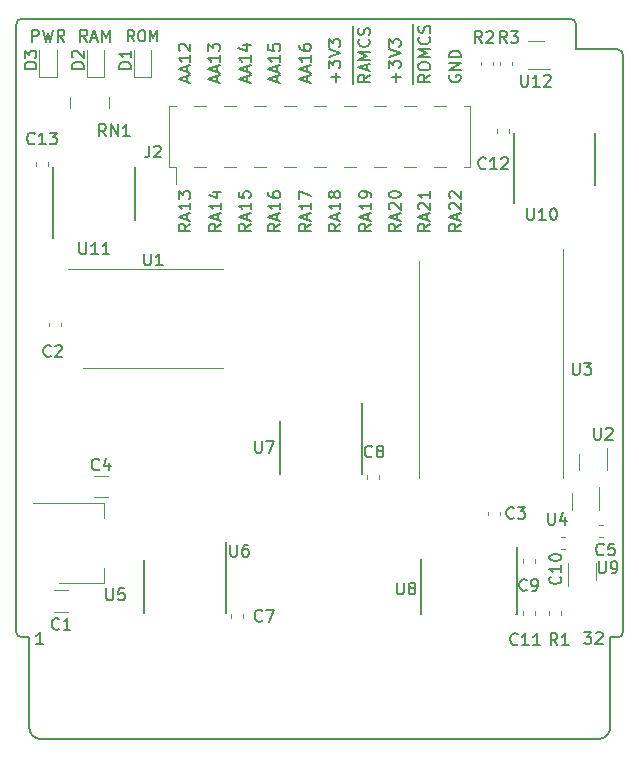
<source format=gbr>
G04 #@! TF.GenerationSoftware,KiCad,Pcbnew,5.1.5-52549c5~84~ubuntu19.10.1*
G04 #@! TF.CreationDate,2020-02-14T21:32:01+02:00*
G04 #@! TF.ProjectId,GB-MBCTEST,47422d4d-4243-4544-9553-542e6b696361,v1.1*
G04 #@! TF.SameCoordinates,Original*
G04 #@! TF.FileFunction,Legend,Top*
G04 #@! TF.FilePolarity,Positive*
%FSLAX46Y46*%
G04 Gerber Fmt 4.6, Leading zero omitted, Abs format (unit mm)*
G04 Created by KiCad (PCBNEW 5.1.5-52549c5~84~ubuntu19.10.1) date 2020-02-14 21:32:01*
%MOMM*%
%LPD*%
G04 APERTURE LIST*
%ADD10C,0.200000*%
%ADD11C,0.150000*%
%ADD12C,0.120000*%
%ADD13C,0.100000*%
G04 APERTURE END LIST*
D10*
X84292857Y-40907142D02*
X83992857Y-40478571D01*
X83778571Y-40907142D02*
X83778571Y-40007142D01*
X84121428Y-40007142D01*
X84207142Y-40050000D01*
X84250000Y-40092857D01*
X84292857Y-40178571D01*
X84292857Y-40307142D01*
X84250000Y-40392857D01*
X84207142Y-40435714D01*
X84121428Y-40478571D01*
X83778571Y-40478571D01*
X84850000Y-40007142D02*
X85021428Y-40007142D01*
X85107142Y-40050000D01*
X85192857Y-40135714D01*
X85235714Y-40307142D01*
X85235714Y-40607142D01*
X85192857Y-40778571D01*
X85107142Y-40864285D01*
X85021428Y-40907142D01*
X84850000Y-40907142D01*
X84764285Y-40864285D01*
X84678571Y-40778571D01*
X84635714Y-40607142D01*
X84635714Y-40307142D01*
X84678571Y-40135714D01*
X84764285Y-40050000D01*
X84850000Y-40007142D01*
X85621428Y-40907142D02*
X85621428Y-40007142D01*
X85921428Y-40650000D01*
X86221428Y-40007142D01*
X86221428Y-40907142D01*
X80309523Y-40952380D02*
X79976190Y-40476190D01*
X79738095Y-40952380D02*
X79738095Y-39952380D01*
X80119047Y-39952380D01*
X80214285Y-40000000D01*
X80261904Y-40047619D01*
X80309523Y-40142857D01*
X80309523Y-40285714D01*
X80261904Y-40380952D01*
X80214285Y-40428571D01*
X80119047Y-40476190D01*
X79738095Y-40476190D01*
X80690476Y-40666666D02*
X81166666Y-40666666D01*
X80595238Y-40952380D02*
X80928571Y-39952380D01*
X81261904Y-40952380D01*
X81595238Y-40952380D02*
X81595238Y-39952380D01*
X81928571Y-40666666D01*
X82261904Y-39952380D01*
X82261904Y-40952380D01*
X75666666Y-40952380D02*
X75666666Y-39952380D01*
X76047619Y-39952380D01*
X76142857Y-40000000D01*
X76190476Y-40047619D01*
X76238095Y-40142857D01*
X76238095Y-40285714D01*
X76190476Y-40380952D01*
X76142857Y-40428571D01*
X76047619Y-40476190D01*
X75666666Y-40476190D01*
X76571428Y-39952380D02*
X76809523Y-40952380D01*
X77000000Y-40238095D01*
X77190476Y-40952380D01*
X77428571Y-39952380D01*
X78380952Y-40952380D02*
X78047619Y-40476190D01*
X77809523Y-40952380D02*
X77809523Y-39952380D01*
X78190476Y-39952380D01*
X78285714Y-40000000D01*
X78333333Y-40047619D01*
X78380952Y-40142857D01*
X78380952Y-40285714D01*
X78333333Y-40380952D01*
X78285714Y-40428571D01*
X78190476Y-40476190D01*
X77809523Y-40476190D01*
X111000000Y-43808095D02*
X110952380Y-43903333D01*
X110952380Y-44046190D01*
X111000000Y-44189047D01*
X111095238Y-44284285D01*
X111190476Y-44331904D01*
X111380952Y-44379523D01*
X111523809Y-44379523D01*
X111714285Y-44331904D01*
X111809523Y-44284285D01*
X111904761Y-44189047D01*
X111952380Y-44046190D01*
X111952380Y-43950952D01*
X111904761Y-43808095D01*
X111857142Y-43760476D01*
X111523809Y-43760476D01*
X111523809Y-43950952D01*
X111952380Y-43331904D02*
X110952380Y-43331904D01*
X111952380Y-42760476D01*
X110952380Y-42760476D01*
X111952380Y-42284285D02*
X110952380Y-42284285D01*
X110952380Y-42046190D01*
X111000000Y-41903333D01*
X111095238Y-41808095D01*
X111190476Y-41760476D01*
X111380952Y-41712857D01*
X111523809Y-41712857D01*
X111714285Y-41760476D01*
X111809523Y-41808095D01*
X111904761Y-41903333D01*
X111952380Y-42046190D01*
X111952380Y-42284285D01*
X106471428Y-44331904D02*
X106471428Y-43570000D01*
X106852380Y-43950952D02*
X106090476Y-43950952D01*
X105852380Y-43189047D02*
X105852380Y-42570000D01*
X106233333Y-42903333D01*
X106233333Y-42760476D01*
X106280952Y-42665238D01*
X106328571Y-42617619D01*
X106423809Y-42570000D01*
X106661904Y-42570000D01*
X106757142Y-42617619D01*
X106804761Y-42665238D01*
X106852380Y-42760476D01*
X106852380Y-43046190D01*
X106804761Y-43141428D01*
X106757142Y-43189047D01*
X105852380Y-42284285D02*
X106852380Y-41950952D01*
X105852380Y-41617619D01*
X105852380Y-41379523D02*
X105852380Y-40760476D01*
X106233333Y-41093809D01*
X106233333Y-40950952D01*
X106280952Y-40855714D01*
X106328571Y-40808095D01*
X106423809Y-40760476D01*
X106661904Y-40760476D01*
X106757142Y-40808095D01*
X106804761Y-40855714D01*
X106852380Y-40950952D01*
X106852380Y-41236666D01*
X106804761Y-41331904D01*
X106757142Y-41379523D01*
X101371428Y-44331904D02*
X101371428Y-43570000D01*
X101752380Y-43950952D02*
X100990476Y-43950952D01*
X100752380Y-43189047D02*
X100752380Y-42570000D01*
X101133333Y-42903333D01*
X101133333Y-42760476D01*
X101180952Y-42665238D01*
X101228571Y-42617619D01*
X101323809Y-42570000D01*
X101561904Y-42570000D01*
X101657142Y-42617619D01*
X101704761Y-42665238D01*
X101752380Y-42760476D01*
X101752380Y-43046190D01*
X101704761Y-43141428D01*
X101657142Y-43189047D01*
X100752380Y-42284285D02*
X101752380Y-41950952D01*
X100752380Y-41617619D01*
X100752380Y-41379523D02*
X100752380Y-40760476D01*
X101133333Y-41093809D01*
X101133333Y-40950952D01*
X101180952Y-40855714D01*
X101228571Y-40808095D01*
X101323809Y-40760476D01*
X101561904Y-40760476D01*
X101657142Y-40808095D01*
X101704761Y-40855714D01*
X101752380Y-40950952D01*
X101752380Y-41236666D01*
X101704761Y-41331904D01*
X101657142Y-41379523D01*
X111952380Y-56382380D02*
X111476190Y-56715714D01*
X111952380Y-56953809D02*
X110952380Y-56953809D01*
X110952380Y-56572857D01*
X111000000Y-56477619D01*
X111047619Y-56430000D01*
X111142857Y-56382380D01*
X111285714Y-56382380D01*
X111380952Y-56430000D01*
X111428571Y-56477619D01*
X111476190Y-56572857D01*
X111476190Y-56953809D01*
X111666666Y-56001428D02*
X111666666Y-55525238D01*
X111952380Y-56096666D02*
X110952380Y-55763333D01*
X111952380Y-55430000D01*
X111047619Y-55144285D02*
X111000000Y-55096666D01*
X110952380Y-55001428D01*
X110952380Y-54763333D01*
X111000000Y-54668095D01*
X111047619Y-54620476D01*
X111142857Y-54572857D01*
X111238095Y-54572857D01*
X111380952Y-54620476D01*
X111952380Y-55191904D01*
X111952380Y-54572857D01*
X111047619Y-54191904D02*
X111000000Y-54144285D01*
X110952380Y-54049047D01*
X110952380Y-53810952D01*
X111000000Y-53715714D01*
X111047619Y-53668095D01*
X111142857Y-53620476D01*
X111238095Y-53620476D01*
X111380952Y-53668095D01*
X111952380Y-54239523D01*
X111952380Y-53620476D01*
X109352380Y-56382380D02*
X108876190Y-56715714D01*
X109352380Y-56953809D02*
X108352380Y-56953809D01*
X108352380Y-56572857D01*
X108400000Y-56477619D01*
X108447619Y-56430000D01*
X108542857Y-56382380D01*
X108685714Y-56382380D01*
X108780952Y-56430000D01*
X108828571Y-56477619D01*
X108876190Y-56572857D01*
X108876190Y-56953809D01*
X109066666Y-56001428D02*
X109066666Y-55525238D01*
X109352380Y-56096666D02*
X108352380Y-55763333D01*
X109352380Y-55430000D01*
X108447619Y-55144285D02*
X108400000Y-55096666D01*
X108352380Y-55001428D01*
X108352380Y-54763333D01*
X108400000Y-54668095D01*
X108447619Y-54620476D01*
X108542857Y-54572857D01*
X108638095Y-54572857D01*
X108780952Y-54620476D01*
X109352380Y-55191904D01*
X109352380Y-54572857D01*
X109352380Y-53620476D02*
X109352380Y-54191904D01*
X109352380Y-53906190D02*
X108352380Y-53906190D01*
X108495238Y-54001428D01*
X108590476Y-54096666D01*
X108638095Y-54191904D01*
X106852380Y-56382380D02*
X106376190Y-56715714D01*
X106852380Y-56953809D02*
X105852380Y-56953809D01*
X105852380Y-56572857D01*
X105900000Y-56477619D01*
X105947619Y-56430000D01*
X106042857Y-56382380D01*
X106185714Y-56382380D01*
X106280952Y-56430000D01*
X106328571Y-56477619D01*
X106376190Y-56572857D01*
X106376190Y-56953809D01*
X106566666Y-56001428D02*
X106566666Y-55525238D01*
X106852380Y-56096666D02*
X105852380Y-55763333D01*
X106852380Y-55430000D01*
X105947619Y-55144285D02*
X105900000Y-55096666D01*
X105852380Y-55001428D01*
X105852380Y-54763333D01*
X105900000Y-54668095D01*
X105947619Y-54620476D01*
X106042857Y-54572857D01*
X106138095Y-54572857D01*
X106280952Y-54620476D01*
X106852380Y-55191904D01*
X106852380Y-54572857D01*
X105852380Y-53953809D02*
X105852380Y-53858571D01*
X105900000Y-53763333D01*
X105947619Y-53715714D01*
X106042857Y-53668095D01*
X106233333Y-53620476D01*
X106471428Y-53620476D01*
X106661904Y-53668095D01*
X106757142Y-53715714D01*
X106804761Y-53763333D01*
X106852380Y-53858571D01*
X106852380Y-53953809D01*
X106804761Y-54049047D01*
X106757142Y-54096666D01*
X106661904Y-54144285D01*
X106471428Y-54191904D01*
X106233333Y-54191904D01*
X106042857Y-54144285D01*
X105947619Y-54096666D01*
X105900000Y-54049047D01*
X105852380Y-53953809D01*
X104352380Y-56382380D02*
X103876190Y-56715714D01*
X104352380Y-56953809D02*
X103352380Y-56953809D01*
X103352380Y-56572857D01*
X103400000Y-56477619D01*
X103447619Y-56430000D01*
X103542857Y-56382380D01*
X103685714Y-56382380D01*
X103780952Y-56430000D01*
X103828571Y-56477619D01*
X103876190Y-56572857D01*
X103876190Y-56953809D01*
X104066666Y-56001428D02*
X104066666Y-55525238D01*
X104352380Y-56096666D02*
X103352380Y-55763333D01*
X104352380Y-55430000D01*
X104352380Y-54572857D02*
X104352380Y-55144285D01*
X104352380Y-54858571D02*
X103352380Y-54858571D01*
X103495238Y-54953809D01*
X103590476Y-55049047D01*
X103638095Y-55144285D01*
X104352380Y-54096666D02*
X104352380Y-53906190D01*
X104304761Y-53810952D01*
X104257142Y-53763333D01*
X104114285Y-53668095D01*
X103923809Y-53620476D01*
X103542857Y-53620476D01*
X103447619Y-53668095D01*
X103400000Y-53715714D01*
X103352380Y-53810952D01*
X103352380Y-54001428D01*
X103400000Y-54096666D01*
X103447619Y-54144285D01*
X103542857Y-54191904D01*
X103780952Y-54191904D01*
X103876190Y-54144285D01*
X103923809Y-54096666D01*
X103971428Y-54001428D01*
X103971428Y-53810952D01*
X103923809Y-53715714D01*
X103876190Y-53668095D01*
X103780952Y-53620476D01*
X101752380Y-56382380D02*
X101276190Y-56715714D01*
X101752380Y-56953809D02*
X100752380Y-56953809D01*
X100752380Y-56572857D01*
X100800000Y-56477619D01*
X100847619Y-56430000D01*
X100942857Y-56382380D01*
X101085714Y-56382380D01*
X101180952Y-56430000D01*
X101228571Y-56477619D01*
X101276190Y-56572857D01*
X101276190Y-56953809D01*
X101466666Y-56001428D02*
X101466666Y-55525238D01*
X101752380Y-56096666D02*
X100752380Y-55763333D01*
X101752380Y-55430000D01*
X101752380Y-54572857D02*
X101752380Y-55144285D01*
X101752380Y-54858571D02*
X100752380Y-54858571D01*
X100895238Y-54953809D01*
X100990476Y-55049047D01*
X101038095Y-55144285D01*
X101180952Y-54001428D02*
X101133333Y-54096666D01*
X101085714Y-54144285D01*
X100990476Y-54191904D01*
X100942857Y-54191904D01*
X100847619Y-54144285D01*
X100800000Y-54096666D01*
X100752380Y-54001428D01*
X100752380Y-53810952D01*
X100800000Y-53715714D01*
X100847619Y-53668095D01*
X100942857Y-53620476D01*
X100990476Y-53620476D01*
X101085714Y-53668095D01*
X101133333Y-53715714D01*
X101180952Y-53810952D01*
X101180952Y-54001428D01*
X101228571Y-54096666D01*
X101276190Y-54144285D01*
X101371428Y-54191904D01*
X101561904Y-54191904D01*
X101657142Y-54144285D01*
X101704761Y-54096666D01*
X101752380Y-54001428D01*
X101752380Y-53810952D01*
X101704761Y-53715714D01*
X101657142Y-53668095D01*
X101561904Y-53620476D01*
X101371428Y-53620476D01*
X101276190Y-53668095D01*
X101228571Y-53715714D01*
X101180952Y-53810952D01*
X99252380Y-56382380D02*
X98776190Y-56715714D01*
X99252380Y-56953809D02*
X98252380Y-56953809D01*
X98252380Y-56572857D01*
X98300000Y-56477619D01*
X98347619Y-56430000D01*
X98442857Y-56382380D01*
X98585714Y-56382380D01*
X98680952Y-56430000D01*
X98728571Y-56477619D01*
X98776190Y-56572857D01*
X98776190Y-56953809D01*
X98966666Y-56001428D02*
X98966666Y-55525238D01*
X99252380Y-56096666D02*
X98252380Y-55763333D01*
X99252380Y-55430000D01*
X99252380Y-54572857D02*
X99252380Y-55144285D01*
X99252380Y-54858571D02*
X98252380Y-54858571D01*
X98395238Y-54953809D01*
X98490476Y-55049047D01*
X98538095Y-55144285D01*
X98252380Y-54239523D02*
X98252380Y-53572857D01*
X99252380Y-54001428D01*
X96652380Y-56382380D02*
X96176190Y-56715714D01*
X96652380Y-56953809D02*
X95652380Y-56953809D01*
X95652380Y-56572857D01*
X95700000Y-56477619D01*
X95747619Y-56430000D01*
X95842857Y-56382380D01*
X95985714Y-56382380D01*
X96080952Y-56430000D01*
X96128571Y-56477619D01*
X96176190Y-56572857D01*
X96176190Y-56953809D01*
X96366666Y-56001428D02*
X96366666Y-55525238D01*
X96652380Y-56096666D02*
X95652380Y-55763333D01*
X96652380Y-55430000D01*
X96652380Y-54572857D02*
X96652380Y-55144285D01*
X96652380Y-54858571D02*
X95652380Y-54858571D01*
X95795238Y-54953809D01*
X95890476Y-55049047D01*
X95938095Y-55144285D01*
X95652380Y-53715714D02*
X95652380Y-53906190D01*
X95700000Y-54001428D01*
X95747619Y-54049047D01*
X95890476Y-54144285D01*
X96080952Y-54191904D01*
X96461904Y-54191904D01*
X96557142Y-54144285D01*
X96604761Y-54096666D01*
X96652380Y-54001428D01*
X96652380Y-53810952D01*
X96604761Y-53715714D01*
X96557142Y-53668095D01*
X96461904Y-53620476D01*
X96223809Y-53620476D01*
X96128571Y-53668095D01*
X96080952Y-53715714D01*
X96033333Y-53810952D01*
X96033333Y-54001428D01*
X96080952Y-54096666D01*
X96128571Y-54144285D01*
X96223809Y-54191904D01*
X94152380Y-56382380D02*
X93676190Y-56715714D01*
X94152380Y-56953809D02*
X93152380Y-56953809D01*
X93152380Y-56572857D01*
X93200000Y-56477619D01*
X93247619Y-56430000D01*
X93342857Y-56382380D01*
X93485714Y-56382380D01*
X93580952Y-56430000D01*
X93628571Y-56477619D01*
X93676190Y-56572857D01*
X93676190Y-56953809D01*
X93866666Y-56001428D02*
X93866666Y-55525238D01*
X94152380Y-56096666D02*
X93152380Y-55763333D01*
X94152380Y-55430000D01*
X94152380Y-54572857D02*
X94152380Y-55144285D01*
X94152380Y-54858571D02*
X93152380Y-54858571D01*
X93295238Y-54953809D01*
X93390476Y-55049047D01*
X93438095Y-55144285D01*
X93152380Y-53668095D02*
X93152380Y-54144285D01*
X93628571Y-54191904D01*
X93580952Y-54144285D01*
X93533333Y-54049047D01*
X93533333Y-53810952D01*
X93580952Y-53715714D01*
X93628571Y-53668095D01*
X93723809Y-53620476D01*
X93961904Y-53620476D01*
X94057142Y-53668095D01*
X94104761Y-53715714D01*
X94152380Y-53810952D01*
X94152380Y-54049047D01*
X94104761Y-54144285D01*
X94057142Y-54191904D01*
X91652380Y-56382380D02*
X91176190Y-56715714D01*
X91652380Y-56953809D02*
X90652380Y-56953809D01*
X90652380Y-56572857D01*
X90700000Y-56477619D01*
X90747619Y-56430000D01*
X90842857Y-56382380D01*
X90985714Y-56382380D01*
X91080952Y-56430000D01*
X91128571Y-56477619D01*
X91176190Y-56572857D01*
X91176190Y-56953809D01*
X91366666Y-56001428D02*
X91366666Y-55525238D01*
X91652380Y-56096666D02*
X90652380Y-55763333D01*
X91652380Y-55430000D01*
X91652380Y-54572857D02*
X91652380Y-55144285D01*
X91652380Y-54858571D02*
X90652380Y-54858571D01*
X90795238Y-54953809D01*
X90890476Y-55049047D01*
X90938095Y-55144285D01*
X90985714Y-53715714D02*
X91652380Y-53715714D01*
X90604761Y-53953809D02*
X91319047Y-54191904D01*
X91319047Y-53572857D01*
X89052380Y-56382380D02*
X88576190Y-56715714D01*
X89052380Y-56953809D02*
X88052380Y-56953809D01*
X88052380Y-56572857D01*
X88100000Y-56477619D01*
X88147619Y-56430000D01*
X88242857Y-56382380D01*
X88385714Y-56382380D01*
X88480952Y-56430000D01*
X88528571Y-56477619D01*
X88576190Y-56572857D01*
X88576190Y-56953809D01*
X88766666Y-56001428D02*
X88766666Y-55525238D01*
X89052380Y-56096666D02*
X88052380Y-55763333D01*
X89052380Y-55430000D01*
X89052380Y-54572857D02*
X89052380Y-55144285D01*
X89052380Y-54858571D02*
X88052380Y-54858571D01*
X88195238Y-54953809D01*
X88290476Y-55049047D01*
X88338095Y-55144285D01*
X88052380Y-54239523D02*
X88052380Y-53620476D01*
X88433333Y-53953809D01*
X88433333Y-53810952D01*
X88480952Y-53715714D01*
X88528571Y-53668095D01*
X88623809Y-53620476D01*
X88861904Y-53620476D01*
X88957142Y-53668095D01*
X89004761Y-53715714D01*
X89052380Y-53810952D01*
X89052380Y-54096666D01*
X89004761Y-54191904D01*
X88957142Y-54239523D01*
X107920000Y-44570000D02*
X107920000Y-43570000D01*
X109352380Y-43760476D02*
X108876190Y-44093809D01*
X109352380Y-44331904D02*
X108352380Y-44331904D01*
X108352380Y-43950952D01*
X108400000Y-43855714D01*
X108447619Y-43808095D01*
X108542857Y-43760476D01*
X108685714Y-43760476D01*
X108780952Y-43808095D01*
X108828571Y-43855714D01*
X108876190Y-43950952D01*
X108876190Y-44331904D01*
X107920000Y-43570000D02*
X107920000Y-42522380D01*
X108352380Y-43141428D02*
X108352380Y-42950952D01*
X108400000Y-42855714D01*
X108495238Y-42760476D01*
X108685714Y-42712857D01*
X109019047Y-42712857D01*
X109209523Y-42760476D01*
X109304761Y-42855714D01*
X109352380Y-42950952D01*
X109352380Y-43141428D01*
X109304761Y-43236666D01*
X109209523Y-43331904D01*
X109019047Y-43379523D01*
X108685714Y-43379523D01*
X108495238Y-43331904D01*
X108400000Y-43236666D01*
X108352380Y-43141428D01*
X107920000Y-42522380D02*
X107920000Y-41379523D01*
X109352380Y-42284285D02*
X108352380Y-42284285D01*
X109066666Y-41950952D01*
X108352380Y-41617619D01*
X109352380Y-41617619D01*
X107920000Y-41379523D02*
X107920000Y-40379523D01*
X109257142Y-40570000D02*
X109304761Y-40617619D01*
X109352380Y-40760476D01*
X109352380Y-40855714D01*
X109304761Y-40998571D01*
X109209523Y-41093809D01*
X109114285Y-41141428D01*
X108923809Y-41189047D01*
X108780952Y-41189047D01*
X108590476Y-41141428D01*
X108495238Y-41093809D01*
X108400000Y-40998571D01*
X108352380Y-40855714D01*
X108352380Y-40760476D01*
X108400000Y-40617619D01*
X108447619Y-40570000D01*
X107920000Y-40379523D02*
X107920000Y-39427142D01*
X109304761Y-40189047D02*
X109352380Y-40046190D01*
X109352380Y-39808095D01*
X109304761Y-39712857D01*
X109257142Y-39665238D01*
X109161904Y-39617619D01*
X109066666Y-39617619D01*
X108971428Y-39665238D01*
X108923809Y-39712857D01*
X108876190Y-39808095D01*
X108828571Y-39998571D01*
X108780952Y-40093809D01*
X108733333Y-40141428D01*
X108638095Y-40189047D01*
X108542857Y-40189047D01*
X108447619Y-40141428D01*
X108400000Y-40093809D01*
X108352380Y-39998571D01*
X108352380Y-39760476D01*
X108400000Y-39617619D01*
X102820000Y-44570000D02*
X102820000Y-43570000D01*
X104252380Y-43760476D02*
X103776190Y-44093809D01*
X104252380Y-44331904D02*
X103252380Y-44331904D01*
X103252380Y-43950952D01*
X103300000Y-43855714D01*
X103347619Y-43808095D01*
X103442857Y-43760476D01*
X103585714Y-43760476D01*
X103680952Y-43808095D01*
X103728571Y-43855714D01*
X103776190Y-43950952D01*
X103776190Y-44331904D01*
X102820000Y-43570000D02*
X102820000Y-42712857D01*
X103966666Y-43379523D02*
X103966666Y-42903333D01*
X104252380Y-43474761D02*
X103252380Y-43141428D01*
X104252380Y-42808095D01*
X102820000Y-42712857D02*
X102820000Y-41570000D01*
X104252380Y-42474761D02*
X103252380Y-42474761D01*
X103966666Y-42141428D01*
X103252380Y-41808095D01*
X104252380Y-41808095D01*
X102820000Y-41570000D02*
X102820000Y-40570000D01*
X104157142Y-40760476D02*
X104204761Y-40808095D01*
X104252380Y-40950952D01*
X104252380Y-41046190D01*
X104204761Y-41189047D01*
X104109523Y-41284285D01*
X104014285Y-41331904D01*
X103823809Y-41379523D01*
X103680952Y-41379523D01*
X103490476Y-41331904D01*
X103395238Y-41284285D01*
X103300000Y-41189047D01*
X103252380Y-41046190D01*
X103252380Y-40950952D01*
X103300000Y-40808095D01*
X103347619Y-40760476D01*
X102820000Y-40570000D02*
X102820000Y-39617619D01*
X104204761Y-40379523D02*
X104252380Y-40236666D01*
X104252380Y-39998571D01*
X104204761Y-39903333D01*
X104157142Y-39855714D01*
X104061904Y-39808095D01*
X103966666Y-39808095D01*
X103871428Y-39855714D01*
X103823809Y-39903333D01*
X103776190Y-39998571D01*
X103728571Y-40189047D01*
X103680952Y-40284285D01*
X103633333Y-40331904D01*
X103538095Y-40379523D01*
X103442857Y-40379523D01*
X103347619Y-40331904D01*
X103300000Y-40284285D01*
X103252380Y-40189047D01*
X103252380Y-39950952D01*
X103300000Y-39808095D01*
X98966666Y-44379523D02*
X98966666Y-43903333D01*
X99252380Y-44474761D02*
X98252380Y-44141428D01*
X99252380Y-43808095D01*
X98966666Y-43522380D02*
X98966666Y-43046190D01*
X99252380Y-43617619D02*
X98252380Y-43284285D01*
X99252380Y-42950952D01*
X99252380Y-42093809D02*
X99252380Y-42665238D01*
X99252380Y-42379523D02*
X98252380Y-42379523D01*
X98395238Y-42474761D01*
X98490476Y-42570000D01*
X98538095Y-42665238D01*
X98252380Y-41236666D02*
X98252380Y-41427142D01*
X98300000Y-41522380D01*
X98347619Y-41570000D01*
X98490476Y-41665238D01*
X98680952Y-41712857D01*
X99061904Y-41712857D01*
X99157142Y-41665238D01*
X99204761Y-41617619D01*
X99252380Y-41522380D01*
X99252380Y-41331904D01*
X99204761Y-41236666D01*
X99157142Y-41189047D01*
X99061904Y-41141428D01*
X98823809Y-41141428D01*
X98728571Y-41189047D01*
X98680952Y-41236666D01*
X98633333Y-41331904D01*
X98633333Y-41522380D01*
X98680952Y-41617619D01*
X98728571Y-41665238D01*
X98823809Y-41712857D01*
X96366666Y-44379523D02*
X96366666Y-43903333D01*
X96652380Y-44474761D02*
X95652380Y-44141428D01*
X96652380Y-43808095D01*
X96366666Y-43522380D02*
X96366666Y-43046190D01*
X96652380Y-43617619D02*
X95652380Y-43284285D01*
X96652380Y-42950952D01*
X96652380Y-42093809D02*
X96652380Y-42665238D01*
X96652380Y-42379523D02*
X95652380Y-42379523D01*
X95795238Y-42474761D01*
X95890476Y-42570000D01*
X95938095Y-42665238D01*
X95652380Y-41189047D02*
X95652380Y-41665238D01*
X96128571Y-41712857D01*
X96080952Y-41665238D01*
X96033333Y-41570000D01*
X96033333Y-41331904D01*
X96080952Y-41236666D01*
X96128571Y-41189047D01*
X96223809Y-41141428D01*
X96461904Y-41141428D01*
X96557142Y-41189047D01*
X96604761Y-41236666D01*
X96652380Y-41331904D01*
X96652380Y-41570000D01*
X96604761Y-41665238D01*
X96557142Y-41712857D01*
X93866666Y-44379523D02*
X93866666Y-43903333D01*
X94152380Y-44474761D02*
X93152380Y-44141428D01*
X94152380Y-43808095D01*
X93866666Y-43522380D02*
X93866666Y-43046190D01*
X94152380Y-43617619D02*
X93152380Y-43284285D01*
X94152380Y-42950952D01*
X94152380Y-42093809D02*
X94152380Y-42665238D01*
X94152380Y-42379523D02*
X93152380Y-42379523D01*
X93295238Y-42474761D01*
X93390476Y-42570000D01*
X93438095Y-42665238D01*
X93485714Y-41236666D02*
X94152380Y-41236666D01*
X93104761Y-41474761D02*
X93819047Y-41712857D01*
X93819047Y-41093809D01*
X91266666Y-44379523D02*
X91266666Y-43903333D01*
X91552380Y-44474761D02*
X90552380Y-44141428D01*
X91552380Y-43808095D01*
X91266666Y-43522380D02*
X91266666Y-43046190D01*
X91552380Y-43617619D02*
X90552380Y-43284285D01*
X91552380Y-42950952D01*
X91552380Y-42093809D02*
X91552380Y-42665238D01*
X91552380Y-42379523D02*
X90552380Y-42379523D01*
X90695238Y-42474761D01*
X90790476Y-42570000D01*
X90838095Y-42665238D01*
X90552380Y-41760476D02*
X90552380Y-41141428D01*
X90933333Y-41474761D01*
X90933333Y-41331904D01*
X90980952Y-41236666D01*
X91028571Y-41189047D01*
X91123809Y-41141428D01*
X91361904Y-41141428D01*
X91457142Y-41189047D01*
X91504761Y-41236666D01*
X91552380Y-41331904D01*
X91552380Y-41617619D01*
X91504761Y-41712857D01*
X91457142Y-41760476D01*
X88766666Y-44379523D02*
X88766666Y-43903333D01*
X89052380Y-44474761D02*
X88052380Y-44141428D01*
X89052380Y-43808095D01*
X88766666Y-43522380D02*
X88766666Y-43046190D01*
X89052380Y-43617619D02*
X88052380Y-43284285D01*
X89052380Y-42950952D01*
X89052380Y-42093809D02*
X89052380Y-42665238D01*
X89052380Y-42379523D02*
X88052380Y-42379523D01*
X88195238Y-42474761D01*
X88290476Y-42570000D01*
X88338095Y-42665238D01*
X88147619Y-41712857D02*
X88100000Y-41665238D01*
X88052380Y-41570000D01*
X88052380Y-41331904D01*
X88100000Y-41236666D01*
X88147619Y-41189047D01*
X88242857Y-41141428D01*
X88338095Y-41141428D01*
X88480952Y-41189047D01*
X89052380Y-41760476D01*
X89052380Y-41141428D01*
D11*
X125700000Y-90900000D02*
G75*
G02X125200000Y-91400000I-500000J0D01*
G01*
X125200000Y-41600000D02*
G75*
G02X125700000Y-42100000I0J-500000D01*
G01*
X125200000Y-41600000D02*
X121700000Y-41600000D01*
X125700000Y-90900000D02*
X125700000Y-42100000D01*
X124600000Y-91400000D02*
X125200000Y-91400000D01*
X74800000Y-91400000D02*
G75*
G02X74300000Y-90900000I0J500000D01*
G01*
X74300000Y-39500000D02*
G75*
G02X74800000Y-39000000I500000J0D01*
G01*
X121200000Y-39000000D02*
G75*
G02X121700000Y-39500000I0J-500000D01*
G01*
X76400000Y-100000000D02*
G75*
G02X75400000Y-99000000I0J1000000D01*
G01*
X124600000Y-99000000D02*
G75*
G02X123600000Y-100000000I-1000000J0D01*
G01*
X121700000Y-39500000D02*
X121700000Y-41600000D01*
X74800000Y-39000000D02*
X121200000Y-39000000D01*
X74300000Y-90900000D02*
X74300000Y-39500000D01*
X75400000Y-91400000D02*
X74800000Y-91400000D01*
X75400000Y-99000000D02*
X75400000Y-91400000D01*
X124600000Y-99000000D02*
X124600000Y-91400000D01*
X76400000Y-100000000D02*
X123600000Y-100000000D01*
D12*
X116310000Y-42962779D02*
X116310000Y-42637221D01*
X115290000Y-42962779D02*
X115290000Y-42637221D01*
X114710000Y-42962779D02*
X114710000Y-42637221D01*
X113690000Y-42962779D02*
X113690000Y-42637221D01*
X77497936Y-89210000D02*
X78702064Y-89210000D01*
X77497936Y-87390000D02*
X78702064Y-87390000D01*
X119000000Y-40940000D02*
X117600000Y-40940000D01*
X117600000Y-43260000D02*
X119500000Y-43260000D01*
D11*
X77450000Y-57550000D02*
X77450000Y-51575000D01*
X84350000Y-56025000D02*
X84350000Y-51575000D01*
X116450000Y-54650000D02*
X116450000Y-48675000D01*
X123350000Y-53125000D02*
X123350000Y-48675000D01*
D12*
X123360000Y-86500000D02*
X123360000Y-85100000D01*
X121040000Y-85100000D02*
X121040000Y-87000000D01*
D11*
X108575000Y-84775000D02*
X108575000Y-89425000D01*
X116675000Y-83700000D02*
X116675000Y-89425000D01*
X108575000Y-84775000D02*
X108600000Y-84775000D01*
X108575000Y-89425000D02*
X108600000Y-89425000D01*
X116625000Y-89425000D02*
X116600000Y-89425000D01*
X103550000Y-71550000D02*
X103550000Y-77525000D01*
X96650000Y-73075000D02*
X96650000Y-77525000D01*
X92050000Y-83350000D02*
X92050000Y-89325000D01*
X85150000Y-84875000D02*
X85150000Y-89325000D01*
D12*
X75700000Y-79990000D02*
X81710000Y-79990000D01*
X77950000Y-86810000D02*
X81710000Y-86810000D01*
X81710000Y-79990000D02*
X81710000Y-81250000D01*
X81710000Y-86810000D02*
X81710000Y-85550000D01*
X121340000Y-79200000D02*
X121340000Y-80600000D01*
X123660000Y-80600000D02*
X123660000Y-78700000D01*
D13*
X120620000Y-77900000D02*
X120620000Y-58500000D01*
D12*
X108380000Y-59500000D02*
X108380000Y-77900000D01*
X121990000Y-75850000D02*
X121990000Y-77250000D01*
X124310000Y-77250000D02*
X124310000Y-75350000D01*
X85900000Y-60240000D02*
X78700000Y-60240000D01*
X85900000Y-60240000D02*
X91800000Y-60240000D01*
X85900000Y-68560000D02*
X80000000Y-68560000D01*
X85900000Y-68560000D02*
X91800000Y-68560000D01*
X78820000Y-45600000D02*
X78820000Y-46600000D01*
X82180000Y-45600000D02*
X82180000Y-46600000D01*
X120410000Y-89462779D02*
X120410000Y-89137221D01*
X119390000Y-89462779D02*
X119390000Y-89137221D01*
X109650000Y-46400000D02*
X110670000Y-46400000D01*
X109650000Y-51600000D02*
X110670000Y-51600000D01*
X107110000Y-46400000D02*
X108130000Y-46400000D01*
X107110000Y-51600000D02*
X108130000Y-51600000D01*
X104570000Y-46400000D02*
X105590000Y-46400000D01*
X104570000Y-51600000D02*
X105590000Y-51600000D01*
X102030000Y-46400000D02*
X103050000Y-46400000D01*
X102030000Y-51600000D02*
X103050000Y-51600000D01*
X99490000Y-46400000D02*
X100510000Y-46400000D01*
X99490000Y-51600000D02*
X100510000Y-51600000D01*
X96950000Y-46400000D02*
X97970000Y-46400000D01*
X96950000Y-51600000D02*
X97970000Y-51600000D01*
X94410000Y-46400000D02*
X95430000Y-46400000D01*
X94410000Y-51600000D02*
X95430000Y-51600000D01*
X91870000Y-46400000D02*
X92890000Y-46400000D01*
X91870000Y-51600000D02*
X92890000Y-51600000D01*
X89330000Y-46400000D02*
X90350000Y-46400000D01*
X89330000Y-51600000D02*
X90350000Y-51600000D01*
X112190000Y-46400000D02*
X112760000Y-46400000D01*
X112190000Y-51600000D02*
X112760000Y-51600000D01*
X87240000Y-46400000D02*
X87810000Y-46400000D01*
X87240000Y-51600000D02*
X87810000Y-51600000D01*
X87810000Y-53040000D02*
X87810000Y-51600000D01*
X112760000Y-51600000D02*
X112760000Y-46400000D01*
X87240000Y-51600000D02*
X87240000Y-46400000D01*
X77735000Y-43985000D02*
X77735000Y-41700000D01*
X76265000Y-43985000D02*
X77735000Y-43985000D01*
X76265000Y-41700000D02*
X76265000Y-43985000D01*
X81735000Y-43985000D02*
X81735000Y-41700000D01*
X80265000Y-43985000D02*
X81735000Y-43985000D01*
X80265000Y-41700000D02*
X80265000Y-43985000D01*
X85735000Y-43985000D02*
X85735000Y-41700000D01*
X84265000Y-43985000D02*
X85735000Y-43985000D01*
X84265000Y-41700000D02*
X84265000Y-43985000D01*
X75990000Y-51149721D02*
X75990000Y-51475279D01*
X77010000Y-51149721D02*
X77010000Y-51475279D01*
X114990000Y-48337221D02*
X114990000Y-48662779D01*
X116010000Y-48337221D02*
X116010000Y-48662779D01*
X118210000Y-89462779D02*
X118210000Y-89137221D01*
X117190000Y-89462779D02*
X117190000Y-89137221D01*
X120762779Y-82890000D02*
X120437221Y-82890000D01*
X120762779Y-83910000D02*
X120437221Y-83910000D01*
X117190000Y-84737221D02*
X117190000Y-85062779D01*
X118210000Y-84737221D02*
X118210000Y-85062779D01*
X105010000Y-77962779D02*
X105010000Y-77637221D01*
X103990000Y-77962779D02*
X103990000Y-77637221D01*
X93510000Y-89762779D02*
X93510000Y-89437221D01*
X92490000Y-89762779D02*
X92490000Y-89437221D01*
X123637221Y-82910000D02*
X123962779Y-82910000D01*
X123637221Y-81890000D02*
X123962779Y-81890000D01*
X82102064Y-77690000D02*
X80897936Y-77690000D01*
X82102064Y-79510000D02*
X80897936Y-79510000D01*
X114290000Y-80737221D02*
X114290000Y-81062779D01*
X115310000Y-80737221D02*
X115310000Y-81062779D01*
X77090000Y-64737221D02*
X77090000Y-65062779D01*
X78110000Y-64737221D02*
X78110000Y-65062779D01*
D11*
X115833333Y-41052380D02*
X115500000Y-40576190D01*
X115261904Y-41052380D02*
X115261904Y-40052380D01*
X115642857Y-40052380D01*
X115738095Y-40100000D01*
X115785714Y-40147619D01*
X115833333Y-40242857D01*
X115833333Y-40385714D01*
X115785714Y-40480952D01*
X115738095Y-40528571D01*
X115642857Y-40576190D01*
X115261904Y-40576190D01*
X116166666Y-40052380D02*
X116785714Y-40052380D01*
X116452380Y-40433333D01*
X116595238Y-40433333D01*
X116690476Y-40480952D01*
X116738095Y-40528571D01*
X116785714Y-40623809D01*
X116785714Y-40861904D01*
X116738095Y-40957142D01*
X116690476Y-41004761D01*
X116595238Y-41052380D01*
X116309523Y-41052380D01*
X116214285Y-41004761D01*
X116166666Y-40957142D01*
X113733333Y-41052380D02*
X113400000Y-40576190D01*
X113161904Y-41052380D02*
X113161904Y-40052380D01*
X113542857Y-40052380D01*
X113638095Y-40100000D01*
X113685714Y-40147619D01*
X113733333Y-40242857D01*
X113733333Y-40385714D01*
X113685714Y-40480952D01*
X113638095Y-40528571D01*
X113542857Y-40576190D01*
X113161904Y-40576190D01*
X114114285Y-40147619D02*
X114161904Y-40100000D01*
X114257142Y-40052380D01*
X114495238Y-40052380D01*
X114590476Y-40100000D01*
X114638095Y-40147619D01*
X114685714Y-40242857D01*
X114685714Y-40338095D01*
X114638095Y-40480952D01*
X114066666Y-41052380D01*
X114685714Y-41052380D01*
X77933333Y-90657142D02*
X77885714Y-90704761D01*
X77742857Y-90752380D01*
X77647619Y-90752380D01*
X77504761Y-90704761D01*
X77409523Y-90609523D01*
X77361904Y-90514285D01*
X77314285Y-90323809D01*
X77314285Y-90180952D01*
X77361904Y-89990476D01*
X77409523Y-89895238D01*
X77504761Y-89800000D01*
X77647619Y-89752380D01*
X77742857Y-89752380D01*
X77885714Y-89800000D01*
X77933333Y-89847619D01*
X78885714Y-90752380D02*
X78314285Y-90752380D01*
X78600000Y-90752380D02*
X78600000Y-89752380D01*
X78504761Y-89895238D01*
X78409523Y-89990476D01*
X78314285Y-90038095D01*
X117061904Y-43752380D02*
X117061904Y-44561904D01*
X117109523Y-44657142D01*
X117157142Y-44704761D01*
X117252380Y-44752380D01*
X117442857Y-44752380D01*
X117538095Y-44704761D01*
X117585714Y-44657142D01*
X117633333Y-44561904D01*
X117633333Y-43752380D01*
X118633333Y-44752380D02*
X118061904Y-44752380D01*
X118347619Y-44752380D02*
X118347619Y-43752380D01*
X118252380Y-43895238D01*
X118157142Y-43990476D01*
X118061904Y-44038095D01*
X119014285Y-43847619D02*
X119061904Y-43800000D01*
X119157142Y-43752380D01*
X119395238Y-43752380D01*
X119490476Y-43800000D01*
X119538095Y-43847619D01*
X119585714Y-43942857D01*
X119585714Y-44038095D01*
X119538095Y-44180952D01*
X118966666Y-44752380D01*
X119585714Y-44752380D01*
X79661904Y-57952380D02*
X79661904Y-58761904D01*
X79709523Y-58857142D01*
X79757142Y-58904761D01*
X79852380Y-58952380D01*
X80042857Y-58952380D01*
X80138095Y-58904761D01*
X80185714Y-58857142D01*
X80233333Y-58761904D01*
X80233333Y-57952380D01*
X81233333Y-58952380D02*
X80661904Y-58952380D01*
X80947619Y-58952380D02*
X80947619Y-57952380D01*
X80852380Y-58095238D01*
X80757142Y-58190476D01*
X80661904Y-58238095D01*
X82185714Y-58952380D02*
X81614285Y-58952380D01*
X81900000Y-58952380D02*
X81900000Y-57952380D01*
X81804761Y-58095238D01*
X81709523Y-58190476D01*
X81614285Y-58238095D01*
X117561904Y-55052380D02*
X117561904Y-55861904D01*
X117609523Y-55957142D01*
X117657142Y-56004761D01*
X117752380Y-56052380D01*
X117942857Y-56052380D01*
X118038095Y-56004761D01*
X118085714Y-55957142D01*
X118133333Y-55861904D01*
X118133333Y-55052380D01*
X119133333Y-56052380D02*
X118561904Y-56052380D01*
X118847619Y-56052380D02*
X118847619Y-55052380D01*
X118752380Y-55195238D01*
X118657142Y-55290476D01*
X118561904Y-55338095D01*
X119752380Y-55052380D02*
X119847619Y-55052380D01*
X119942857Y-55100000D01*
X119990476Y-55147619D01*
X120038095Y-55242857D01*
X120085714Y-55433333D01*
X120085714Y-55671428D01*
X120038095Y-55861904D01*
X119990476Y-55957142D01*
X119942857Y-56004761D01*
X119847619Y-56052380D01*
X119752380Y-56052380D01*
X119657142Y-56004761D01*
X119609523Y-55957142D01*
X119561904Y-55861904D01*
X119514285Y-55671428D01*
X119514285Y-55433333D01*
X119561904Y-55242857D01*
X119609523Y-55147619D01*
X119657142Y-55100000D01*
X119752380Y-55052380D01*
X123638095Y-84952380D02*
X123638095Y-85761904D01*
X123685714Y-85857142D01*
X123733333Y-85904761D01*
X123828571Y-85952380D01*
X124019047Y-85952380D01*
X124114285Y-85904761D01*
X124161904Y-85857142D01*
X124209523Y-85761904D01*
X124209523Y-84952380D01*
X124733333Y-85952380D02*
X124923809Y-85952380D01*
X125019047Y-85904761D01*
X125066666Y-85857142D01*
X125161904Y-85714285D01*
X125209523Y-85523809D01*
X125209523Y-85142857D01*
X125161904Y-85047619D01*
X125114285Y-85000000D01*
X125019047Y-84952380D01*
X124828571Y-84952380D01*
X124733333Y-85000000D01*
X124685714Y-85047619D01*
X124638095Y-85142857D01*
X124638095Y-85380952D01*
X124685714Y-85476190D01*
X124733333Y-85523809D01*
X124828571Y-85571428D01*
X125019047Y-85571428D01*
X125114285Y-85523809D01*
X125161904Y-85476190D01*
X125209523Y-85380952D01*
X106538095Y-86752380D02*
X106538095Y-87561904D01*
X106585714Y-87657142D01*
X106633333Y-87704761D01*
X106728571Y-87752380D01*
X106919047Y-87752380D01*
X107014285Y-87704761D01*
X107061904Y-87657142D01*
X107109523Y-87561904D01*
X107109523Y-86752380D01*
X107728571Y-87180952D02*
X107633333Y-87133333D01*
X107585714Y-87085714D01*
X107538095Y-86990476D01*
X107538095Y-86942857D01*
X107585714Y-86847619D01*
X107633333Y-86800000D01*
X107728571Y-86752380D01*
X107919047Y-86752380D01*
X108014285Y-86800000D01*
X108061904Y-86847619D01*
X108109523Y-86942857D01*
X108109523Y-86990476D01*
X108061904Y-87085714D01*
X108014285Y-87133333D01*
X107919047Y-87180952D01*
X107728571Y-87180952D01*
X107633333Y-87228571D01*
X107585714Y-87276190D01*
X107538095Y-87371428D01*
X107538095Y-87561904D01*
X107585714Y-87657142D01*
X107633333Y-87704761D01*
X107728571Y-87752380D01*
X107919047Y-87752380D01*
X108014285Y-87704761D01*
X108061904Y-87657142D01*
X108109523Y-87561904D01*
X108109523Y-87371428D01*
X108061904Y-87276190D01*
X108014285Y-87228571D01*
X107919047Y-87180952D01*
X94538095Y-74752380D02*
X94538095Y-75561904D01*
X94585714Y-75657142D01*
X94633333Y-75704761D01*
X94728571Y-75752380D01*
X94919047Y-75752380D01*
X95014285Y-75704761D01*
X95061904Y-75657142D01*
X95109523Y-75561904D01*
X95109523Y-74752380D01*
X95490476Y-74752380D02*
X96157142Y-74752380D01*
X95728571Y-75752380D01*
X92438095Y-83552380D02*
X92438095Y-84361904D01*
X92485714Y-84457142D01*
X92533333Y-84504761D01*
X92628571Y-84552380D01*
X92819047Y-84552380D01*
X92914285Y-84504761D01*
X92961904Y-84457142D01*
X93009523Y-84361904D01*
X93009523Y-83552380D01*
X93914285Y-83552380D02*
X93723809Y-83552380D01*
X93628571Y-83600000D01*
X93580952Y-83647619D01*
X93485714Y-83790476D01*
X93438095Y-83980952D01*
X93438095Y-84361904D01*
X93485714Y-84457142D01*
X93533333Y-84504761D01*
X93628571Y-84552380D01*
X93819047Y-84552380D01*
X93914285Y-84504761D01*
X93961904Y-84457142D01*
X94009523Y-84361904D01*
X94009523Y-84123809D01*
X93961904Y-84028571D01*
X93914285Y-83980952D01*
X93819047Y-83933333D01*
X93628571Y-83933333D01*
X93533333Y-83980952D01*
X93485714Y-84028571D01*
X93438095Y-84123809D01*
X81938095Y-87252380D02*
X81938095Y-88061904D01*
X81985714Y-88157142D01*
X82033333Y-88204761D01*
X82128571Y-88252380D01*
X82319047Y-88252380D01*
X82414285Y-88204761D01*
X82461904Y-88157142D01*
X82509523Y-88061904D01*
X82509523Y-87252380D01*
X83461904Y-87252380D02*
X82985714Y-87252380D01*
X82938095Y-87728571D01*
X82985714Y-87680952D01*
X83080952Y-87633333D01*
X83319047Y-87633333D01*
X83414285Y-87680952D01*
X83461904Y-87728571D01*
X83509523Y-87823809D01*
X83509523Y-88061904D01*
X83461904Y-88157142D01*
X83414285Y-88204761D01*
X83319047Y-88252380D01*
X83080952Y-88252380D01*
X82985714Y-88204761D01*
X82938095Y-88157142D01*
X119338095Y-80852380D02*
X119338095Y-81661904D01*
X119385714Y-81757142D01*
X119433333Y-81804761D01*
X119528571Y-81852380D01*
X119719047Y-81852380D01*
X119814285Y-81804761D01*
X119861904Y-81757142D01*
X119909523Y-81661904D01*
X119909523Y-80852380D01*
X120814285Y-81185714D02*
X120814285Y-81852380D01*
X120576190Y-80804761D02*
X120338095Y-81519047D01*
X120957142Y-81519047D01*
X121438095Y-68152380D02*
X121438095Y-68961904D01*
X121485714Y-69057142D01*
X121533333Y-69104761D01*
X121628571Y-69152380D01*
X121819047Y-69152380D01*
X121914285Y-69104761D01*
X121961904Y-69057142D01*
X122009523Y-68961904D01*
X122009523Y-68152380D01*
X122390476Y-68152380D02*
X123009523Y-68152380D01*
X122676190Y-68533333D01*
X122819047Y-68533333D01*
X122914285Y-68580952D01*
X122961904Y-68628571D01*
X123009523Y-68723809D01*
X123009523Y-68961904D01*
X122961904Y-69057142D01*
X122914285Y-69104761D01*
X122819047Y-69152380D01*
X122533333Y-69152380D01*
X122438095Y-69104761D01*
X122390476Y-69057142D01*
X123238095Y-73652380D02*
X123238095Y-74461904D01*
X123285714Y-74557142D01*
X123333333Y-74604761D01*
X123428571Y-74652380D01*
X123619047Y-74652380D01*
X123714285Y-74604761D01*
X123761904Y-74557142D01*
X123809523Y-74461904D01*
X123809523Y-73652380D01*
X124238095Y-73747619D02*
X124285714Y-73700000D01*
X124380952Y-73652380D01*
X124619047Y-73652380D01*
X124714285Y-73700000D01*
X124761904Y-73747619D01*
X124809523Y-73842857D01*
X124809523Y-73938095D01*
X124761904Y-74080952D01*
X124190476Y-74652380D01*
X124809523Y-74652380D01*
X85138095Y-58902380D02*
X85138095Y-59711904D01*
X85185714Y-59807142D01*
X85233333Y-59854761D01*
X85328571Y-59902380D01*
X85519047Y-59902380D01*
X85614285Y-59854761D01*
X85661904Y-59807142D01*
X85709523Y-59711904D01*
X85709523Y-58902380D01*
X86709523Y-59902380D02*
X86138095Y-59902380D01*
X86423809Y-59902380D02*
X86423809Y-58902380D01*
X86328571Y-59045238D01*
X86233333Y-59140476D01*
X86138095Y-59188095D01*
X81909523Y-48952380D02*
X81576190Y-48476190D01*
X81338095Y-48952380D02*
X81338095Y-47952380D01*
X81719047Y-47952380D01*
X81814285Y-48000000D01*
X81861904Y-48047619D01*
X81909523Y-48142857D01*
X81909523Y-48285714D01*
X81861904Y-48380952D01*
X81814285Y-48428571D01*
X81719047Y-48476190D01*
X81338095Y-48476190D01*
X82338095Y-48952380D02*
X82338095Y-47952380D01*
X82909523Y-48952380D01*
X82909523Y-47952380D01*
X83909523Y-48952380D02*
X83338095Y-48952380D01*
X83623809Y-48952380D02*
X83623809Y-47952380D01*
X83528571Y-48095238D01*
X83433333Y-48190476D01*
X83338095Y-48238095D01*
X120133333Y-92052380D02*
X119800000Y-91576190D01*
X119561904Y-92052380D02*
X119561904Y-91052380D01*
X119942857Y-91052380D01*
X120038095Y-91100000D01*
X120085714Y-91147619D01*
X120133333Y-91242857D01*
X120133333Y-91385714D01*
X120085714Y-91480952D01*
X120038095Y-91528571D01*
X119942857Y-91576190D01*
X119561904Y-91576190D01*
X121085714Y-92052380D02*
X120514285Y-92052380D01*
X120800000Y-92052380D02*
X120800000Y-91052380D01*
X120704761Y-91195238D01*
X120609523Y-91290476D01*
X120514285Y-91338095D01*
X85566666Y-49752380D02*
X85566666Y-50466666D01*
X85519047Y-50609523D01*
X85423809Y-50704761D01*
X85280952Y-50752380D01*
X85185714Y-50752380D01*
X85995238Y-49847619D02*
X86042857Y-49800000D01*
X86138095Y-49752380D01*
X86376190Y-49752380D01*
X86471428Y-49800000D01*
X86519047Y-49847619D01*
X86566666Y-49942857D01*
X86566666Y-50038095D01*
X86519047Y-50180952D01*
X85947619Y-50752380D01*
X86566666Y-50752380D01*
X76022380Y-43238095D02*
X75022380Y-43238095D01*
X75022380Y-43000000D01*
X75070000Y-42857142D01*
X75165238Y-42761904D01*
X75260476Y-42714285D01*
X75450952Y-42666666D01*
X75593809Y-42666666D01*
X75784285Y-42714285D01*
X75879523Y-42761904D01*
X75974761Y-42857142D01*
X76022380Y-43000000D01*
X76022380Y-43238095D01*
X75022380Y-42333333D02*
X75022380Y-41714285D01*
X75403333Y-42047619D01*
X75403333Y-41904761D01*
X75450952Y-41809523D01*
X75498571Y-41761904D01*
X75593809Y-41714285D01*
X75831904Y-41714285D01*
X75927142Y-41761904D01*
X75974761Y-41809523D01*
X76022380Y-41904761D01*
X76022380Y-42190476D01*
X75974761Y-42285714D01*
X75927142Y-42333333D01*
X80022380Y-43238095D02*
X79022380Y-43238095D01*
X79022380Y-43000000D01*
X79070000Y-42857142D01*
X79165238Y-42761904D01*
X79260476Y-42714285D01*
X79450952Y-42666666D01*
X79593809Y-42666666D01*
X79784285Y-42714285D01*
X79879523Y-42761904D01*
X79974761Y-42857142D01*
X80022380Y-43000000D01*
X80022380Y-43238095D01*
X79117619Y-42285714D02*
X79070000Y-42238095D01*
X79022380Y-42142857D01*
X79022380Y-41904761D01*
X79070000Y-41809523D01*
X79117619Y-41761904D01*
X79212857Y-41714285D01*
X79308095Y-41714285D01*
X79450952Y-41761904D01*
X80022380Y-42333333D01*
X80022380Y-41714285D01*
X84022380Y-43238095D02*
X83022380Y-43238095D01*
X83022380Y-43000000D01*
X83070000Y-42857142D01*
X83165238Y-42761904D01*
X83260476Y-42714285D01*
X83450952Y-42666666D01*
X83593809Y-42666666D01*
X83784285Y-42714285D01*
X83879523Y-42761904D01*
X83974761Y-42857142D01*
X84022380Y-43000000D01*
X84022380Y-43238095D01*
X84022380Y-41714285D02*
X84022380Y-42285714D01*
X84022380Y-42000000D02*
X83022380Y-42000000D01*
X83165238Y-42095238D01*
X83260476Y-42190476D01*
X83308095Y-42285714D01*
X75857142Y-49557142D02*
X75809523Y-49604761D01*
X75666666Y-49652380D01*
X75571428Y-49652380D01*
X75428571Y-49604761D01*
X75333333Y-49509523D01*
X75285714Y-49414285D01*
X75238095Y-49223809D01*
X75238095Y-49080952D01*
X75285714Y-48890476D01*
X75333333Y-48795238D01*
X75428571Y-48700000D01*
X75571428Y-48652380D01*
X75666666Y-48652380D01*
X75809523Y-48700000D01*
X75857142Y-48747619D01*
X76809523Y-49652380D02*
X76238095Y-49652380D01*
X76523809Y-49652380D02*
X76523809Y-48652380D01*
X76428571Y-48795238D01*
X76333333Y-48890476D01*
X76238095Y-48938095D01*
X77142857Y-48652380D02*
X77761904Y-48652380D01*
X77428571Y-49033333D01*
X77571428Y-49033333D01*
X77666666Y-49080952D01*
X77714285Y-49128571D01*
X77761904Y-49223809D01*
X77761904Y-49461904D01*
X77714285Y-49557142D01*
X77666666Y-49604761D01*
X77571428Y-49652380D01*
X77285714Y-49652380D01*
X77190476Y-49604761D01*
X77142857Y-49557142D01*
X114057142Y-51657142D02*
X114009523Y-51704761D01*
X113866666Y-51752380D01*
X113771428Y-51752380D01*
X113628571Y-51704761D01*
X113533333Y-51609523D01*
X113485714Y-51514285D01*
X113438095Y-51323809D01*
X113438095Y-51180952D01*
X113485714Y-50990476D01*
X113533333Y-50895238D01*
X113628571Y-50800000D01*
X113771428Y-50752380D01*
X113866666Y-50752380D01*
X114009523Y-50800000D01*
X114057142Y-50847619D01*
X115009523Y-51752380D02*
X114438095Y-51752380D01*
X114723809Y-51752380D02*
X114723809Y-50752380D01*
X114628571Y-50895238D01*
X114533333Y-50990476D01*
X114438095Y-51038095D01*
X115390476Y-50847619D02*
X115438095Y-50800000D01*
X115533333Y-50752380D01*
X115771428Y-50752380D01*
X115866666Y-50800000D01*
X115914285Y-50847619D01*
X115961904Y-50942857D01*
X115961904Y-51038095D01*
X115914285Y-51180952D01*
X115342857Y-51752380D01*
X115961904Y-51752380D01*
X116757142Y-91957142D02*
X116709523Y-92004761D01*
X116566666Y-92052380D01*
X116471428Y-92052380D01*
X116328571Y-92004761D01*
X116233333Y-91909523D01*
X116185714Y-91814285D01*
X116138095Y-91623809D01*
X116138095Y-91480952D01*
X116185714Y-91290476D01*
X116233333Y-91195238D01*
X116328571Y-91100000D01*
X116471428Y-91052380D01*
X116566666Y-91052380D01*
X116709523Y-91100000D01*
X116757142Y-91147619D01*
X117709523Y-92052380D02*
X117138095Y-92052380D01*
X117423809Y-92052380D02*
X117423809Y-91052380D01*
X117328571Y-91195238D01*
X117233333Y-91290476D01*
X117138095Y-91338095D01*
X118661904Y-92052380D02*
X118090476Y-92052380D01*
X118376190Y-92052380D02*
X118376190Y-91052380D01*
X118280952Y-91195238D01*
X118185714Y-91290476D01*
X118090476Y-91338095D01*
X120357142Y-86242857D02*
X120404761Y-86290476D01*
X120452380Y-86433333D01*
X120452380Y-86528571D01*
X120404761Y-86671428D01*
X120309523Y-86766666D01*
X120214285Y-86814285D01*
X120023809Y-86861904D01*
X119880952Y-86861904D01*
X119690476Y-86814285D01*
X119595238Y-86766666D01*
X119500000Y-86671428D01*
X119452380Y-86528571D01*
X119452380Y-86433333D01*
X119500000Y-86290476D01*
X119547619Y-86242857D01*
X120452380Y-85290476D02*
X120452380Y-85861904D01*
X120452380Y-85576190D02*
X119452380Y-85576190D01*
X119595238Y-85671428D01*
X119690476Y-85766666D01*
X119738095Y-85861904D01*
X119452380Y-84671428D02*
X119452380Y-84576190D01*
X119500000Y-84480952D01*
X119547619Y-84433333D01*
X119642857Y-84385714D01*
X119833333Y-84338095D01*
X120071428Y-84338095D01*
X120261904Y-84385714D01*
X120357142Y-84433333D01*
X120404761Y-84480952D01*
X120452380Y-84576190D01*
X120452380Y-84671428D01*
X120404761Y-84766666D01*
X120357142Y-84814285D01*
X120261904Y-84861904D01*
X120071428Y-84909523D01*
X119833333Y-84909523D01*
X119642857Y-84861904D01*
X119547619Y-84814285D01*
X119500000Y-84766666D01*
X119452380Y-84671428D01*
X117533333Y-87357142D02*
X117485714Y-87404761D01*
X117342857Y-87452380D01*
X117247619Y-87452380D01*
X117104761Y-87404761D01*
X117009523Y-87309523D01*
X116961904Y-87214285D01*
X116914285Y-87023809D01*
X116914285Y-86880952D01*
X116961904Y-86690476D01*
X117009523Y-86595238D01*
X117104761Y-86500000D01*
X117247619Y-86452380D01*
X117342857Y-86452380D01*
X117485714Y-86500000D01*
X117533333Y-86547619D01*
X118009523Y-87452380D02*
X118200000Y-87452380D01*
X118295238Y-87404761D01*
X118342857Y-87357142D01*
X118438095Y-87214285D01*
X118485714Y-87023809D01*
X118485714Y-86642857D01*
X118438095Y-86547619D01*
X118390476Y-86500000D01*
X118295238Y-86452380D01*
X118104761Y-86452380D01*
X118009523Y-86500000D01*
X117961904Y-86547619D01*
X117914285Y-86642857D01*
X117914285Y-86880952D01*
X117961904Y-86976190D01*
X118009523Y-87023809D01*
X118104761Y-87071428D01*
X118295238Y-87071428D01*
X118390476Y-87023809D01*
X118438095Y-86976190D01*
X118485714Y-86880952D01*
X104433333Y-76057142D02*
X104385714Y-76104761D01*
X104242857Y-76152380D01*
X104147619Y-76152380D01*
X104004761Y-76104761D01*
X103909523Y-76009523D01*
X103861904Y-75914285D01*
X103814285Y-75723809D01*
X103814285Y-75580952D01*
X103861904Y-75390476D01*
X103909523Y-75295238D01*
X104004761Y-75200000D01*
X104147619Y-75152380D01*
X104242857Y-75152380D01*
X104385714Y-75200000D01*
X104433333Y-75247619D01*
X105004761Y-75580952D02*
X104909523Y-75533333D01*
X104861904Y-75485714D01*
X104814285Y-75390476D01*
X104814285Y-75342857D01*
X104861904Y-75247619D01*
X104909523Y-75200000D01*
X105004761Y-75152380D01*
X105195238Y-75152380D01*
X105290476Y-75200000D01*
X105338095Y-75247619D01*
X105385714Y-75342857D01*
X105385714Y-75390476D01*
X105338095Y-75485714D01*
X105290476Y-75533333D01*
X105195238Y-75580952D01*
X105004761Y-75580952D01*
X104909523Y-75628571D01*
X104861904Y-75676190D01*
X104814285Y-75771428D01*
X104814285Y-75961904D01*
X104861904Y-76057142D01*
X104909523Y-76104761D01*
X105004761Y-76152380D01*
X105195238Y-76152380D01*
X105290476Y-76104761D01*
X105338095Y-76057142D01*
X105385714Y-75961904D01*
X105385714Y-75771428D01*
X105338095Y-75676190D01*
X105290476Y-75628571D01*
X105195238Y-75580952D01*
X95133333Y-89957142D02*
X95085714Y-90004761D01*
X94942857Y-90052380D01*
X94847619Y-90052380D01*
X94704761Y-90004761D01*
X94609523Y-89909523D01*
X94561904Y-89814285D01*
X94514285Y-89623809D01*
X94514285Y-89480952D01*
X94561904Y-89290476D01*
X94609523Y-89195238D01*
X94704761Y-89100000D01*
X94847619Y-89052380D01*
X94942857Y-89052380D01*
X95085714Y-89100000D01*
X95133333Y-89147619D01*
X95466666Y-89052380D02*
X96133333Y-89052380D01*
X95704761Y-90052380D01*
X124033333Y-84357142D02*
X123985714Y-84404761D01*
X123842857Y-84452380D01*
X123747619Y-84452380D01*
X123604761Y-84404761D01*
X123509523Y-84309523D01*
X123461904Y-84214285D01*
X123414285Y-84023809D01*
X123414285Y-83880952D01*
X123461904Y-83690476D01*
X123509523Y-83595238D01*
X123604761Y-83500000D01*
X123747619Y-83452380D01*
X123842857Y-83452380D01*
X123985714Y-83500000D01*
X124033333Y-83547619D01*
X124938095Y-83452380D02*
X124461904Y-83452380D01*
X124414285Y-83928571D01*
X124461904Y-83880952D01*
X124557142Y-83833333D01*
X124795238Y-83833333D01*
X124890476Y-83880952D01*
X124938095Y-83928571D01*
X124985714Y-84023809D01*
X124985714Y-84261904D01*
X124938095Y-84357142D01*
X124890476Y-84404761D01*
X124795238Y-84452380D01*
X124557142Y-84452380D01*
X124461904Y-84404761D01*
X124414285Y-84357142D01*
X81333333Y-77157142D02*
X81285714Y-77204761D01*
X81142857Y-77252380D01*
X81047619Y-77252380D01*
X80904761Y-77204761D01*
X80809523Y-77109523D01*
X80761904Y-77014285D01*
X80714285Y-76823809D01*
X80714285Y-76680952D01*
X80761904Y-76490476D01*
X80809523Y-76395238D01*
X80904761Y-76300000D01*
X81047619Y-76252380D01*
X81142857Y-76252380D01*
X81285714Y-76300000D01*
X81333333Y-76347619D01*
X82190476Y-76585714D02*
X82190476Y-77252380D01*
X81952380Y-76204761D02*
X81714285Y-76919047D01*
X82333333Y-76919047D01*
X116433333Y-81257142D02*
X116385714Y-81304761D01*
X116242857Y-81352380D01*
X116147619Y-81352380D01*
X116004761Y-81304761D01*
X115909523Y-81209523D01*
X115861904Y-81114285D01*
X115814285Y-80923809D01*
X115814285Y-80780952D01*
X115861904Y-80590476D01*
X115909523Y-80495238D01*
X116004761Y-80400000D01*
X116147619Y-80352380D01*
X116242857Y-80352380D01*
X116385714Y-80400000D01*
X116433333Y-80447619D01*
X116766666Y-80352380D02*
X117385714Y-80352380D01*
X117052380Y-80733333D01*
X117195238Y-80733333D01*
X117290476Y-80780952D01*
X117338095Y-80828571D01*
X117385714Y-80923809D01*
X117385714Y-81161904D01*
X117338095Y-81257142D01*
X117290476Y-81304761D01*
X117195238Y-81352380D01*
X116909523Y-81352380D01*
X116814285Y-81304761D01*
X116766666Y-81257142D01*
X77233333Y-67557142D02*
X77185714Y-67604761D01*
X77042857Y-67652380D01*
X76947619Y-67652380D01*
X76804761Y-67604761D01*
X76709523Y-67509523D01*
X76661904Y-67414285D01*
X76614285Y-67223809D01*
X76614285Y-67080952D01*
X76661904Y-66890476D01*
X76709523Y-66795238D01*
X76804761Y-66700000D01*
X76947619Y-66652380D01*
X77042857Y-66652380D01*
X77185714Y-66700000D01*
X77233333Y-66747619D01*
X77614285Y-66747619D02*
X77661904Y-66700000D01*
X77757142Y-66652380D01*
X77995238Y-66652380D01*
X78090476Y-66700000D01*
X78138095Y-66747619D01*
X78185714Y-66842857D01*
X78185714Y-66938095D01*
X78138095Y-67080952D01*
X77566666Y-67652380D01*
X78185714Y-67652380D01*
X76585714Y-91952380D02*
X76014285Y-91952380D01*
X76300000Y-91952380D02*
X76300000Y-90952380D01*
X76204761Y-91095238D01*
X76109523Y-91190476D01*
X76014285Y-91238095D01*
X122390476Y-90952380D02*
X123009523Y-90952380D01*
X122676190Y-91333333D01*
X122819047Y-91333333D01*
X122914285Y-91380952D01*
X122961904Y-91428571D01*
X123009523Y-91523809D01*
X123009523Y-91761904D01*
X122961904Y-91857142D01*
X122914285Y-91904761D01*
X122819047Y-91952380D01*
X122533333Y-91952380D01*
X122438095Y-91904761D01*
X122390476Y-91857142D01*
X123390476Y-91047619D02*
X123438095Y-91000000D01*
X123533333Y-90952380D01*
X123771428Y-90952380D01*
X123866666Y-91000000D01*
X123914285Y-91047619D01*
X123961904Y-91142857D01*
X123961904Y-91238095D01*
X123914285Y-91380952D01*
X123342857Y-91952380D01*
X123961904Y-91952380D01*
M02*

</source>
